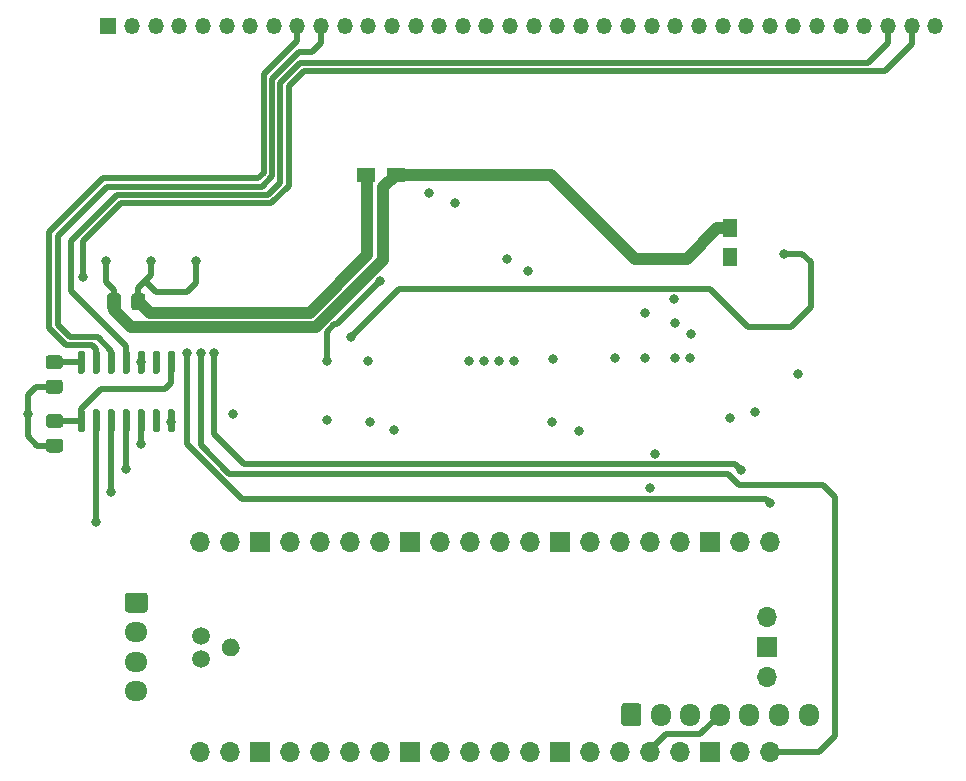
<source format=gbr>
%TF.GenerationSoftware,KiCad,Pcbnew,(5.1.9)-1*%
%TF.CreationDate,2021-04-30T23:03:23+10:00*%
%TF.ProjectId,RedPyKeeb_MCU,52656450-794b-4656-9562-5f4d43552e6b,rev?*%
%TF.SameCoordinates,Original*%
%TF.FileFunction,Copper,L1,Top*%
%TF.FilePolarity,Positive*%
%FSLAX46Y46*%
G04 Gerber Fmt 4.6, Leading zero omitted, Abs format (unit mm)*
G04 Created by KiCad (PCBNEW (5.1.9)-1) date 2021-04-30 23:03:23*
%MOMM*%
%LPD*%
G01*
G04 APERTURE LIST*
%TA.AperFunction,ComponentPad*%
%ADD10O,1.700000X1.700000*%
%TD*%
%TA.AperFunction,ComponentPad*%
%ADD11R,1.700000X1.700000*%
%TD*%
%TA.AperFunction,ComponentPad*%
%ADD12C,1.500000*%
%TD*%
%TA.AperFunction,ComponentPad*%
%ADD13C,0.100000*%
%TD*%
%TA.AperFunction,ComponentPad*%
%ADD14O,1.700000X1.950000*%
%TD*%
%TA.AperFunction,SMDPad,CuDef*%
%ADD15R,1.500000X1.250000*%
%TD*%
%TA.AperFunction,SMDPad,CuDef*%
%ADD16R,1.250000X1.500000*%
%TD*%
%TA.AperFunction,ComponentPad*%
%ADD17O,1.950000X1.700000*%
%TD*%
%TA.AperFunction,ComponentPad*%
%ADD18R,1.350000X1.350000*%
%TD*%
%TA.AperFunction,ComponentPad*%
%ADD19O,1.350000X1.350000*%
%TD*%
%TA.AperFunction,ViaPad*%
%ADD20C,0.800000*%
%TD*%
%TA.AperFunction,Conductor*%
%ADD21C,0.508000*%
%TD*%
%TA.AperFunction,Conductor*%
%ADD22C,1.016000*%
%TD*%
G04 APERTURE END LIST*
D10*
%TO.P,U0,1*%
%TO.N,Net-(U0-Pad1)*%
X63628600Y-82089900D03*
%TO.P,U0,2*%
%TO.N,Net-(U0-Pad2)*%
X66168600Y-82089900D03*
D11*
%TO.P,U0,3*%
%TO.N,Net-(U0-Pad3)*%
X68708600Y-82089900D03*
D10*
%TO.P,U0,4*%
%TO.N,LED_SCL_STATUS0_PICO*%
X71248600Y-82089900D03*
%TO.P,U0,5*%
%TO.N,LED_SDA_STATUS0_PICO*%
X73788600Y-82089900D03*
%TO.P,U0,6*%
%TO.N,Net-(U0-Pad6)*%
X76328600Y-82089900D03*
%TO.P,U0,7*%
%TO.N,Net-(U0-Pad7)*%
X78868600Y-82089900D03*
D11*
%TO.P,U0,8*%
%TO.N,Net-(U0-Pad8)*%
X81408600Y-82089900D03*
D10*
%TO.P,U0,9*%
%TO.N,LED_SCL_ROW0_PICO*%
X83948600Y-82089900D03*
%TO.P,U0,10*%
%TO.N,LED_SDA_ROW0_PICO*%
X86488600Y-82089900D03*
%TO.P,U0,11*%
%TO.N,Net-(U0-Pad11)*%
X89028600Y-82089900D03*
%TO.P,U0,12*%
%TO.N,Net-(U0-Pad12)*%
X91568600Y-82089900D03*
D11*
%TO.P,U0,13*%
%TO.N,Net-(U0-Pad13)*%
X94108600Y-82089900D03*
D10*
%TO.P,U0,14*%
%TO.N,SPI_CLK_PICO*%
X96648600Y-82089900D03*
%TO.P,U0,15*%
%TO.N,SPI_MOSI_PICO*%
X99188600Y-82089900D03*
%TO.P,U0,16*%
%TO.N,SPI_MISO_PICO*%
X101728600Y-82089900D03*
%TO.P,U0,17*%
%TO.N,PICO_33_REF*%
X104268600Y-82089900D03*
D11*
%TO.P,U0,18*%
%TO.N,Net-(U0-Pad18)*%
X106808600Y-82089900D03*
D10*
%TO.P,U0,19*%
%TO.N,Net-(U0-Pad19)*%
X109348600Y-82089900D03*
%TO.P,U0,20*%
%TO.N,Net-(U0-Pad20)*%
X111888600Y-82089900D03*
%TO.P,U0,21*%
%TO.N,Net-(U0-Pad21)*%
X111888600Y-99869900D03*
%TO.P,U0,22*%
%TO.N,Net-(J2-Pad5)*%
X109348600Y-99869900D03*
D11*
%TO.P,U0,23*%
%TO.N,Net-(U0-Pad23)*%
X106808600Y-99869900D03*
D10*
%TO.P,U0,24*%
%TO.N,Net-(J2-Pad3)*%
X104268600Y-99869900D03*
%TO.P,U0,25*%
%TO.N,Net-(J2-Pad4)*%
X101728600Y-99869900D03*
%TO.P,U0,26*%
%TO.N,Net-(J2-Pad6)*%
X99188600Y-99869900D03*
%TO.P,U0,27*%
%TO.N,Net-(J2-Pad7)*%
X96648600Y-99869900D03*
D11*
%TO.P,U0,28*%
%TO.N,Net-(U0-Pad28)*%
X94108600Y-99869900D03*
D10*
%TO.P,U0,29*%
%TO.N,Net-(U0-Pad29)*%
X91568600Y-99869900D03*
%TO.P,U0,30*%
%TO.N,Net-(U0-Pad30)*%
X89028600Y-99869900D03*
%TO.P,U0,31*%
%TO.N,Net-(U0-Pad31)*%
X86488600Y-99869900D03*
%TO.P,U0,32*%
%TO.N,Net-(U0-Pad32)*%
X83948600Y-99869900D03*
D11*
%TO.P,U0,33*%
%TO.N,Net-(U0-Pad33)*%
X81408600Y-99869900D03*
D10*
%TO.P,U0,34*%
%TO.N,Net-(U0-Pad34)*%
X78868600Y-99869900D03*
%TO.P,U0,35*%
%TO.N,Net-(U0-Pad35)*%
X76328600Y-99869900D03*
%TO.P,U0,36*%
%TO.N,Net-(J2-Pad1)*%
X73788600Y-99869900D03*
%TO.P,U0,37*%
%TO.N,Net-(U0-Pad37)*%
X71248600Y-99869900D03*
D11*
%TO.P,U0,38*%
%TO.N,Net-(J2-Pad2)*%
X68708600Y-99869900D03*
D10*
%TO.P,U0,39*%
%TO.N,MAIN_VBUS*%
X66168600Y-99869900D03*
%TO.P,U0,40*%
%TO.N,Net-(U0-Pad40)*%
X63628600Y-99869900D03*
%TO.P,U0,41*%
%TO.N,Net-(U0-Pad41)*%
X111658600Y-88439900D03*
D11*
%TO.P,U0,42*%
%TO.N,Net-(U0-Pad42)*%
X111658600Y-90979900D03*
D10*
%TO.P,U0,43*%
%TO.N,Net-(U0-Pad43)*%
X111658600Y-93519900D03*
D12*
%TO.P,U0,46*%
%TO.N,USB_DP*%
X63758600Y-89979900D03*
%TO.P,U0,45*%
%TO.N,USB_DN*%
X63758600Y-91979900D03*
%TA.AperFunction,ComponentPad*%
D13*
%TO.P,U0,44*%
%TO.N,GNDPWR*%
G36*
X65516718Y-90869852D02*
G01*
X65531077Y-90797665D01*
X65552442Y-90727233D01*
X65580608Y-90659234D01*
X65615304Y-90594323D01*
X65656194Y-90533126D01*
X65702887Y-90476231D01*
X65709817Y-90469301D01*
X65712406Y-90460766D01*
X65717027Y-90452121D01*
X65723245Y-90444545D01*
X65730821Y-90438327D01*
X65739466Y-90433706D01*
X65748001Y-90431117D01*
X65754931Y-90424187D01*
X65811826Y-90377494D01*
X65873023Y-90336604D01*
X65937934Y-90301908D01*
X66005933Y-90273742D01*
X66076365Y-90252377D01*
X66148552Y-90238018D01*
X66221799Y-90230803D01*
X66295401Y-90230803D01*
X66368648Y-90238018D01*
X66440835Y-90252377D01*
X66511267Y-90273742D01*
X66579266Y-90301908D01*
X66644177Y-90336604D01*
X66705374Y-90377494D01*
X66762269Y-90424187D01*
X66769199Y-90431117D01*
X66777734Y-90433706D01*
X66786379Y-90438327D01*
X66793955Y-90444545D01*
X66800173Y-90452121D01*
X66804794Y-90460766D01*
X66807383Y-90469301D01*
X66814313Y-90476231D01*
X66861006Y-90533126D01*
X66901896Y-90594323D01*
X66936592Y-90659234D01*
X66964758Y-90727233D01*
X66986123Y-90797665D01*
X67000482Y-90869852D01*
X67007697Y-90943099D01*
X67007697Y-91016701D01*
X67000482Y-91089948D01*
X66986123Y-91162135D01*
X66964758Y-91232567D01*
X66936592Y-91300566D01*
X66901896Y-91365477D01*
X66861006Y-91426674D01*
X66814313Y-91483569D01*
X66807383Y-91490499D01*
X66804794Y-91499034D01*
X66800173Y-91507679D01*
X66793955Y-91515255D01*
X66786379Y-91521473D01*
X66777734Y-91526094D01*
X66769199Y-91528683D01*
X66762269Y-91535613D01*
X66705374Y-91582306D01*
X66644177Y-91623196D01*
X66579266Y-91657892D01*
X66511267Y-91686058D01*
X66440835Y-91707423D01*
X66368648Y-91721782D01*
X66295401Y-91728997D01*
X66221799Y-91728997D01*
X66148552Y-91721782D01*
X66076365Y-91707423D01*
X66005933Y-91686058D01*
X65937934Y-91657892D01*
X65873023Y-91623196D01*
X65811826Y-91582306D01*
X65754931Y-91535613D01*
X65748001Y-91528683D01*
X65739466Y-91526094D01*
X65730821Y-91521473D01*
X65723245Y-91515255D01*
X65717027Y-91507679D01*
X65712406Y-91499034D01*
X65709817Y-91490499D01*
X65702887Y-91483569D01*
X65656194Y-91426674D01*
X65615304Y-91365477D01*
X65580608Y-91300566D01*
X65552442Y-91232567D01*
X65531077Y-91162135D01*
X65516718Y-91089948D01*
X65509503Y-91016701D01*
X65509503Y-90943099D01*
X65516718Y-90869852D01*
G37*
%TD.AperFunction*%
%TD*%
D14*
%TO.P,J2,7*%
%TO.N,Net-(J2-Pad7)*%
X115177600Y-96672400D03*
%TO.P,J2,6*%
%TO.N,Net-(J2-Pad6)*%
X112677600Y-96672400D03*
%TO.P,J2,5*%
%TO.N,Net-(J2-Pad5)*%
X110177600Y-96672400D03*
%TO.P,J2,4*%
%TO.N,Net-(J2-Pad4)*%
X107677600Y-96672400D03*
%TO.P,J2,3*%
%TO.N,Net-(J2-Pad3)*%
X105177600Y-96672400D03*
%TO.P,J2,2*%
%TO.N,Net-(J2-Pad2)*%
X102677600Y-96672400D03*
%TO.P,J2,1*%
%TO.N,Net-(J2-Pad1)*%
%TA.AperFunction,ComponentPad*%
G36*
G01*
X99327600Y-97397400D02*
X99327600Y-95947400D01*
G75*
G02*
X99577600Y-95697400I250000J0D01*
G01*
X100777600Y-95697400D01*
G75*
G02*
X101027600Y-95947400I0J-250000D01*
G01*
X101027600Y-97397400D01*
G75*
G02*
X100777600Y-97647400I-250000J0D01*
G01*
X99577600Y-97647400D01*
G75*
G02*
X99327600Y-97397400I0J250000D01*
G01*
G37*
%TD.AperFunction*%
%TD*%
D15*
%TO.P,C1,2*%
%TO.N,GNDPWR*%
X77718600Y-50952400D03*
%TO.P,C1,1*%
%TO.N,MAIN_VBUS*%
X80218600Y-50952400D03*
%TD*%
D16*
%TO.P,C2,2*%
%TO.N,GNDPWR*%
X108521500Y-57968200D03*
%TO.P,C2,1*%
%TO.N,MAIN_VBUS*%
X108521500Y-55468200D03*
%TD*%
D17*
%TO.P,J0,4*%
%TO.N,GNDPWR*%
X58267600Y-94687400D03*
%TO.P,J0,3*%
%TO.N,USB_DN*%
X58267600Y-92187400D03*
%TO.P,J0,2*%
%TO.N,USB_DP*%
X58267600Y-89687400D03*
%TO.P,J0,1*%
%TO.N,MAIN_VBUS*%
%TA.AperFunction,ComponentPad*%
G36*
G01*
X57542600Y-86337400D02*
X58992600Y-86337400D01*
G75*
G02*
X59242600Y-86587400I0J-250000D01*
G01*
X59242600Y-87787400D01*
G75*
G02*
X58992600Y-88037400I-250000J0D01*
G01*
X57542600Y-88037400D01*
G75*
G02*
X57292600Y-87787400I0J250000D01*
G01*
X57292600Y-86587400D01*
G75*
G02*
X57542600Y-86337400I250000J0D01*
G01*
G37*
%TD.AperFunction*%
%TD*%
%TO.P,C10,1*%
%TO.N,GNDPWR*%
%TA.AperFunction,SMDPad,CuDef*%
G36*
G01*
X59029000Y-61247000D02*
X59029000Y-62197000D01*
G75*
G02*
X58779000Y-62447000I-250000J0D01*
G01*
X58104000Y-62447000D01*
G75*
G02*
X57854000Y-62197000I0J250000D01*
G01*
X57854000Y-61247000D01*
G75*
G02*
X58104000Y-60997000I250000J0D01*
G01*
X58779000Y-60997000D01*
G75*
G02*
X59029000Y-61247000I0J-250000D01*
G01*
G37*
%TD.AperFunction*%
%TO.P,C10,2*%
%TO.N,MAIN_VBUS*%
%TA.AperFunction,SMDPad,CuDef*%
G36*
G01*
X56954000Y-61247000D02*
X56954000Y-62197000D01*
G75*
G02*
X56704000Y-62447000I-250000J0D01*
G01*
X56029000Y-62447000D01*
G75*
G02*
X55779000Y-62197000I0J250000D01*
G01*
X55779000Y-61247000D01*
G75*
G02*
X56029000Y-60997000I250000J0D01*
G01*
X56704000Y-60997000D01*
G75*
G02*
X56954000Y-61247000I0J-250000D01*
G01*
G37*
%TD.AperFunction*%
%TD*%
%TO.P,C6,1*%
%TO.N,GNDPWR*%
%TA.AperFunction,SMDPad,CuDef*%
G36*
G01*
X51783000Y-69493800D02*
X50833000Y-69493800D01*
G75*
G02*
X50583000Y-69243800I0J250000D01*
G01*
X50583000Y-68568800D01*
G75*
G02*
X50833000Y-68318800I250000J0D01*
G01*
X51783000Y-68318800D01*
G75*
G02*
X52033000Y-68568800I0J-250000D01*
G01*
X52033000Y-69243800D01*
G75*
G02*
X51783000Y-69493800I-250000J0D01*
G01*
G37*
%TD.AperFunction*%
%TO.P,C6,2*%
%TO.N,MAIN_VBUS*%
%TA.AperFunction,SMDPad,CuDef*%
G36*
G01*
X51783000Y-67418800D02*
X50833000Y-67418800D01*
G75*
G02*
X50583000Y-67168800I0J250000D01*
G01*
X50583000Y-66493800D01*
G75*
G02*
X50833000Y-66243800I250000J0D01*
G01*
X51783000Y-66243800D01*
G75*
G02*
X52033000Y-66493800I0J-250000D01*
G01*
X52033000Y-67168800D01*
G75*
G02*
X51783000Y-67418800I-250000J0D01*
G01*
G37*
%TD.AperFunction*%
%TD*%
%TO.P,C11,2*%
%TO.N,PICO_33_REF*%
%TA.AperFunction,SMDPad,CuDef*%
G36*
G01*
X51821100Y-72409900D02*
X50871100Y-72409900D01*
G75*
G02*
X50621100Y-72159900I0J250000D01*
G01*
X50621100Y-71484900D01*
G75*
G02*
X50871100Y-71234900I250000J0D01*
G01*
X51821100Y-71234900D01*
G75*
G02*
X52071100Y-71484900I0J-250000D01*
G01*
X52071100Y-72159900D01*
G75*
G02*
X51821100Y-72409900I-250000J0D01*
G01*
G37*
%TD.AperFunction*%
%TO.P,C11,1*%
%TO.N,GNDPWR*%
%TA.AperFunction,SMDPad,CuDef*%
G36*
G01*
X51821100Y-74484900D02*
X50871100Y-74484900D01*
G75*
G02*
X50621100Y-74234900I0J250000D01*
G01*
X50621100Y-73559900D01*
G75*
G02*
X50871100Y-73309900I250000J0D01*
G01*
X51821100Y-73309900D01*
G75*
G02*
X52071100Y-73559900I0J-250000D01*
G01*
X52071100Y-74234900D01*
G75*
G02*
X51821100Y-74484900I-250000J0D01*
G01*
G37*
%TD.AperFunction*%
%TD*%
D18*
%TO.P,J1,1*%
%TO.N,KEY_ROW0*%
X55905400Y-38366700D03*
D19*
%TO.P,J1,2*%
%TO.N,KEY_ROW1*%
X57905400Y-38366700D03*
%TO.P,J1,3*%
%TO.N,KEY_ROW2*%
X59905400Y-38366700D03*
%TO.P,J1,4*%
%TO.N,KEY_ROW3*%
X61905400Y-38366700D03*
%TO.P,J1,5*%
%TO.N,KEY_ROW4*%
X63905400Y-38366700D03*
%TO.P,J1,6*%
%TO.N,KEY_ROW5*%
X65905400Y-38366700D03*
%TO.P,J1,7*%
%TO.N,KEY_ROW6*%
X67905400Y-38366700D03*
%TO.P,J1,8*%
%TO.N,MAIN_VBUS*%
X69905400Y-38366700D03*
%TO.P,J1,9*%
%TO.N,LED_SDA_ROW0*%
X71905400Y-38366700D03*
%TO.P,J1,10*%
%TO.N,LED_SCL_ROW0*%
X73905400Y-38366700D03*
%TO.P,J1,11*%
%TO.N,GNDPWR*%
X75905400Y-38366700D03*
%TO.P,J1,12*%
%TO.N,KEY_COL0*%
X77905400Y-38366700D03*
%TO.P,J1,13*%
%TO.N,KEY_COL1*%
X79905400Y-38366700D03*
%TO.P,J1,14*%
%TO.N,KEY_COL2*%
X81905400Y-38366700D03*
%TO.P,J1,15*%
%TO.N,KEY_COL3*%
X83905400Y-38366700D03*
%TO.P,J1,16*%
%TO.N,KEY_COL4*%
X85905400Y-38366700D03*
%TO.P,J1,17*%
%TO.N,KEY_COL5*%
X87905400Y-38366700D03*
%TO.P,J1,18*%
%TO.N,KEY_COL6*%
X89905400Y-38366700D03*
%TO.P,J1,19*%
%TO.N,KEY_COL7*%
X91905400Y-38366700D03*
%TO.P,J1,20*%
%TO.N,KEY_COL8*%
X93905400Y-38366700D03*
%TO.P,J1,21*%
%TO.N,KEY_COL9*%
X95905400Y-38366700D03*
%TO.P,J1,22*%
%TO.N,KEY_COL10*%
X97905400Y-38366700D03*
%TO.P,J1,23*%
%TO.N,KEY_COL11*%
X99905400Y-38366700D03*
%TO.P,J1,24*%
%TO.N,KEY_COL12*%
X101905400Y-38366700D03*
%TO.P,J1,25*%
%TO.N,KEY_COL13*%
X103905400Y-38366700D03*
%TO.P,J1,26*%
%TO.N,KEY_COL14*%
X105905400Y-38366700D03*
%TO.P,J1,27*%
%TO.N,KEY_COL15*%
X107905400Y-38366700D03*
%TO.P,J1,28*%
%TO.N,KEY_COL16*%
X109905400Y-38366700D03*
%TO.P,J1,29*%
%TO.N,KEY_COL17*%
X111905400Y-38366700D03*
%TO.P,J1,30*%
%TO.N,KEY_COL18*%
X113905400Y-38366700D03*
%TO.P,J1,31*%
%TO.N,KEY_COL19*%
X115905400Y-38366700D03*
%TO.P,J1,32*%
%TO.N,KEY_COL20*%
X117905400Y-38366700D03*
%TO.P,J1,33*%
%TO.N,MAIN_VBUS*%
X119905400Y-38366700D03*
%TO.P,J1,34*%
%TO.N,LED_SDA_STATUS0*%
X121905400Y-38366700D03*
%TO.P,J1,35*%
%TO.N,LED_SCL_STATUS0*%
X123905400Y-38366700D03*
%TO.P,J1,36*%
%TO.N,GNDPWR*%
X125905400Y-38366700D03*
%TD*%
%TO.P,U7,1*%
%TO.N,PICO_33_REF*%
%TA.AperFunction,SMDPad,CuDef*%
G36*
G01*
X53764301Y-72762699D02*
X53464301Y-72762699D01*
G75*
G02*
X53314301Y-72612699I0J150000D01*
G01*
X53314301Y-70962699D01*
G75*
G02*
X53464301Y-70812699I150000J0D01*
G01*
X53764301Y-70812699D01*
G75*
G02*
X53914301Y-70962699I0J-150000D01*
G01*
X53914301Y-72612699D01*
G75*
G02*
X53764301Y-72762699I-150000J0D01*
G01*
G37*
%TD.AperFunction*%
%TO.P,U7,2*%
%TO.N,LED_SDA_ROW0_PICO*%
%TA.AperFunction,SMDPad,CuDef*%
G36*
G01*
X55034301Y-72762699D02*
X54734301Y-72762699D01*
G75*
G02*
X54584301Y-72612699I0J150000D01*
G01*
X54584301Y-70962699D01*
G75*
G02*
X54734301Y-70812699I150000J0D01*
G01*
X55034301Y-70812699D01*
G75*
G02*
X55184301Y-70962699I0J-150000D01*
G01*
X55184301Y-72612699D01*
G75*
G02*
X55034301Y-72762699I-150000J0D01*
G01*
G37*
%TD.AperFunction*%
%TO.P,U7,3*%
%TO.N,LED_SCL_ROW0_PICO*%
%TA.AperFunction,SMDPad,CuDef*%
G36*
G01*
X56304301Y-72762699D02*
X56004301Y-72762699D01*
G75*
G02*
X55854301Y-72612699I0J150000D01*
G01*
X55854301Y-70962699D01*
G75*
G02*
X56004301Y-70812699I150000J0D01*
G01*
X56304301Y-70812699D01*
G75*
G02*
X56454301Y-70962699I0J-150000D01*
G01*
X56454301Y-72612699D01*
G75*
G02*
X56304301Y-72762699I-150000J0D01*
G01*
G37*
%TD.AperFunction*%
%TO.P,U7,4*%
%TO.N,LED_SDA_STATUS0_PICO*%
%TA.AperFunction,SMDPad,CuDef*%
G36*
G01*
X57574301Y-72762699D02*
X57274301Y-72762699D01*
G75*
G02*
X57124301Y-72612699I0J150000D01*
G01*
X57124301Y-70962699D01*
G75*
G02*
X57274301Y-70812699I150000J0D01*
G01*
X57574301Y-70812699D01*
G75*
G02*
X57724301Y-70962699I0J-150000D01*
G01*
X57724301Y-72612699D01*
G75*
G02*
X57574301Y-72762699I-150000J0D01*
G01*
G37*
%TD.AperFunction*%
%TO.P,U7,5*%
%TO.N,LED_SCL_STATUS0_PICO*%
%TA.AperFunction,SMDPad,CuDef*%
G36*
G01*
X58844301Y-72762699D02*
X58544301Y-72762699D01*
G75*
G02*
X58394301Y-72612699I0J150000D01*
G01*
X58394301Y-70962699D01*
G75*
G02*
X58544301Y-70812699I150000J0D01*
G01*
X58844301Y-70812699D01*
G75*
G02*
X58994301Y-70962699I0J-150000D01*
G01*
X58994301Y-72612699D01*
G75*
G02*
X58844301Y-72762699I-150000J0D01*
G01*
G37*
%TD.AperFunction*%
%TO.P,U7,6*%
%TO.N,Net-(U7-Pad6)*%
%TA.AperFunction,SMDPad,CuDef*%
G36*
G01*
X60114301Y-72762699D02*
X59814301Y-72762699D01*
G75*
G02*
X59664301Y-72612699I0J150000D01*
G01*
X59664301Y-70962699D01*
G75*
G02*
X59814301Y-70812699I150000J0D01*
G01*
X60114301Y-70812699D01*
G75*
G02*
X60264301Y-70962699I0J-150000D01*
G01*
X60264301Y-72612699D01*
G75*
G02*
X60114301Y-72762699I-150000J0D01*
G01*
G37*
%TD.AperFunction*%
%TO.P,U7,7*%
%TO.N,GNDPWR*%
%TA.AperFunction,SMDPad,CuDef*%
G36*
G01*
X61384301Y-72762699D02*
X61084301Y-72762699D01*
G75*
G02*
X60934301Y-72612699I0J150000D01*
G01*
X60934301Y-70962699D01*
G75*
G02*
X61084301Y-70812699I150000J0D01*
G01*
X61384301Y-70812699D01*
G75*
G02*
X61534301Y-70962699I0J-150000D01*
G01*
X61534301Y-72612699D01*
G75*
G02*
X61384301Y-72762699I-150000J0D01*
G01*
G37*
%TD.AperFunction*%
%TO.P,U7,8*%
%TO.N,PICO_33_REF*%
%TA.AperFunction,SMDPad,CuDef*%
G36*
G01*
X61384301Y-67812699D02*
X61084301Y-67812699D01*
G75*
G02*
X60934301Y-67662699I0J150000D01*
G01*
X60934301Y-66012699D01*
G75*
G02*
X61084301Y-65862699I150000J0D01*
G01*
X61384301Y-65862699D01*
G75*
G02*
X61534301Y-66012699I0J-150000D01*
G01*
X61534301Y-67662699D01*
G75*
G02*
X61384301Y-67812699I-150000J0D01*
G01*
G37*
%TD.AperFunction*%
%TO.P,U7,9*%
%TO.N,Net-(U7-Pad9)*%
%TA.AperFunction,SMDPad,CuDef*%
G36*
G01*
X60114301Y-67812699D02*
X59814301Y-67812699D01*
G75*
G02*
X59664301Y-67662699I0J150000D01*
G01*
X59664301Y-66012699D01*
G75*
G02*
X59814301Y-65862699I150000J0D01*
G01*
X60114301Y-65862699D01*
G75*
G02*
X60264301Y-66012699I0J-150000D01*
G01*
X60264301Y-67662699D01*
G75*
G02*
X60114301Y-67812699I-150000J0D01*
G01*
G37*
%TD.AperFunction*%
%TO.P,U7,10*%
%TO.N,LED_SCL_STATUS0*%
%TA.AperFunction,SMDPad,CuDef*%
G36*
G01*
X58844301Y-67812699D02*
X58544301Y-67812699D01*
G75*
G02*
X58394301Y-67662699I0J150000D01*
G01*
X58394301Y-66012699D01*
G75*
G02*
X58544301Y-65862699I150000J0D01*
G01*
X58844301Y-65862699D01*
G75*
G02*
X58994301Y-66012699I0J-150000D01*
G01*
X58994301Y-67662699D01*
G75*
G02*
X58844301Y-67812699I-150000J0D01*
G01*
G37*
%TD.AperFunction*%
%TO.P,U7,11*%
%TO.N,LED_SDA_STATUS0*%
%TA.AperFunction,SMDPad,CuDef*%
G36*
G01*
X57574301Y-67812699D02*
X57274301Y-67812699D01*
G75*
G02*
X57124301Y-67662699I0J150000D01*
G01*
X57124301Y-66012699D01*
G75*
G02*
X57274301Y-65862699I150000J0D01*
G01*
X57574301Y-65862699D01*
G75*
G02*
X57724301Y-66012699I0J-150000D01*
G01*
X57724301Y-67662699D01*
G75*
G02*
X57574301Y-67812699I-150000J0D01*
G01*
G37*
%TD.AperFunction*%
%TO.P,U7,12*%
%TO.N,LED_SCL_ROW0*%
%TA.AperFunction,SMDPad,CuDef*%
G36*
G01*
X56304301Y-67812699D02*
X56004301Y-67812699D01*
G75*
G02*
X55854301Y-67662699I0J150000D01*
G01*
X55854301Y-66012699D01*
G75*
G02*
X56004301Y-65862699I150000J0D01*
G01*
X56304301Y-65862699D01*
G75*
G02*
X56454301Y-66012699I0J-150000D01*
G01*
X56454301Y-67662699D01*
G75*
G02*
X56304301Y-67812699I-150000J0D01*
G01*
G37*
%TD.AperFunction*%
%TO.P,U7,13*%
%TO.N,LED_SDA_ROW0*%
%TA.AperFunction,SMDPad,CuDef*%
G36*
G01*
X55034301Y-67812699D02*
X54734301Y-67812699D01*
G75*
G02*
X54584301Y-67662699I0J150000D01*
G01*
X54584301Y-66012699D01*
G75*
G02*
X54734301Y-65862699I150000J0D01*
G01*
X55034301Y-65862699D01*
G75*
G02*
X55184301Y-66012699I0J-150000D01*
G01*
X55184301Y-67662699D01*
G75*
G02*
X55034301Y-67812699I-150000J0D01*
G01*
G37*
%TD.AperFunction*%
%TO.P,U7,14*%
%TO.N,MAIN_VBUS*%
%TA.AperFunction,SMDPad,CuDef*%
G36*
G01*
X53764301Y-67812699D02*
X53464301Y-67812699D01*
G75*
G02*
X53314301Y-67662699I0J150000D01*
G01*
X53314301Y-66012699D01*
G75*
G02*
X53464301Y-65862699I150000J0D01*
G01*
X53764301Y-65862699D01*
G75*
G02*
X53914301Y-66012699I0J-150000D01*
G01*
X53914301Y-67662699D01*
G75*
G02*
X53764301Y-67812699I-150000J0D01*
G01*
G37*
%TD.AperFunction*%
%TD*%
D20*
%TO.N,GNDPWR*%
X61214000Y-71882000D03*
X58470800Y-61722000D03*
X108521500Y-57975500D03*
X59499500Y-58280300D03*
X63322200Y-58280300D03*
X110617000Y-71069200D03*
X66471800Y-71221600D03*
X77825600Y-50927000D03*
X49072800Y-71221600D03*
X51308000Y-68906300D03*
X80111600Y-72593200D03*
X95732600Y-72669400D03*
%TO.N,MAIN_VBUS*%
X56337200Y-61722000D03*
X108508800Y-55486300D03*
X55702200Y-58267600D03*
X114274600Y-67843400D03*
X93522800Y-66602700D03*
X77889100Y-66729700D03*
X80225900Y-50965100D03*
X51227900Y-66729700D03*
%TO.N,IO_INT0*%
X86461600Y-66700400D03*
X83058000Y-52476400D03*
%TO.N,IO_INT1*%
X87731600Y-66700400D03*
X85242400Y-53390800D03*
%TO.N,IO_INT2*%
X89001600Y-66700400D03*
X89611200Y-58115200D03*
%TO.N,IO_INT3*%
X90271600Y-66700400D03*
X91389200Y-59131200D03*
%TO.N,PICO_33_REF*%
X98793300Y-66473300D03*
X93459300Y-71873200D03*
X108496100Y-71555700D03*
X78016100Y-71885900D03*
X51346100Y-71822400D03*
X103822500Y-61480700D03*
%TO.N,Net-(U0-Pad21)*%
X63703200Y-66090800D03*
%TO.N,LED_SCL_STATUS0*%
X58674000Y-66802000D03*
X53746400Y-59639200D03*
%TO.N,Net-(U0-Pad1)*%
X74422000Y-71729600D03*
%TO.N,SPI_MISO_PICO*%
X102222300Y-74625200D03*
X101728600Y-77519200D03*
%TO.N,Net-(U0-Pad19)*%
X109423200Y-75946000D03*
X64871600Y-66090800D03*
%TO.N,Net-(U0-Pad20)*%
X111888600Y-78763800D03*
X62585600Y-66090800D03*
%TO.N,SPI_MISO*%
X105156000Y-66446400D03*
X105206800Y-64414400D03*
%TO.N,SPI_MOSI*%
X103886000Y-66497200D03*
X103886000Y-63500000D03*
%TO.N,SPI_CLK*%
X101346000Y-66497200D03*
X101346000Y-62636400D03*
%TO.N,IO_CS0*%
X74422000Y-66751200D03*
X78892400Y-59994800D03*
%TO.N,IO_CS1*%
X113080800Y-57658000D03*
X76403200Y-64719200D03*
%TO.N,LED_SCL_STATUS0_PICO*%
X58694301Y-73741299D03*
%TO.N,LED_SDA_STATUS0_PICO*%
X57424301Y-75864701D03*
%TO.N,LED_SCL_ROW0_PICO*%
X56154301Y-77845901D03*
%TO.N,LED_SDA_ROW0_PICO*%
X54884301Y-80385901D03*
%TD*%
D21*
%TO.N,GNDPWR*%
X51308000Y-68906300D02*
X51308000Y-68906300D01*
X49762500Y-68906300D02*
X49072800Y-69596000D01*
X49072800Y-69596000D02*
X49072800Y-71221600D01*
X49869000Y-73897400D02*
X51346100Y-73897400D01*
X49072800Y-73101200D02*
X49869000Y-73897400D01*
X49072800Y-71221600D02*
X49072800Y-73101200D01*
X58470800Y-61722000D02*
X58470800Y-61061600D01*
D22*
X58470800Y-61722000D02*
X59398900Y-62650100D01*
X77825600Y-57759600D02*
X77825600Y-50927000D01*
X72935100Y-62650100D02*
X77825600Y-57759600D01*
D21*
X51308000Y-68906300D02*
X49762500Y-68906300D01*
D22*
X59398900Y-62650100D02*
X72935100Y-62650100D01*
D21*
X58441500Y-61722000D02*
X58441500Y-60532100D01*
X59499500Y-59474100D02*
X59499500Y-58280300D01*
X58978800Y-59994800D02*
X59893200Y-60909200D01*
X58441500Y-60532100D02*
X58978800Y-59994800D01*
X58978800Y-59994800D02*
X59499500Y-59474100D01*
X63322200Y-60172600D02*
X62585600Y-60909200D01*
X63322200Y-58280300D02*
X63322200Y-60172600D01*
X59893200Y-60909200D02*
X62585600Y-60909200D01*
%TO.N,LED_SCL_ROW0*%
X72067036Y-40586010D02*
X73104390Y-40586010D01*
X73905400Y-39785000D02*
X73905400Y-38366700D01*
X73104390Y-40586010D02*
X73905400Y-39785000D01*
X69754780Y-42898266D02*
X72067036Y-40586010D01*
X69754780Y-51098420D02*
X69754780Y-42898266D01*
X51612800Y-56134000D02*
X55772020Y-51974780D01*
X51612800Y-63652400D02*
X51612800Y-56134000D01*
X52661079Y-64700679D02*
X51612800Y-63652400D01*
X54992281Y-64700679D02*
X52661079Y-64700679D01*
X68878420Y-51974780D02*
X69754780Y-51098420D01*
X56154301Y-65862699D02*
X54992281Y-64700679D01*
X55772020Y-51974780D02*
X68878420Y-51974780D01*
X56154301Y-66837699D02*
X56154301Y-65862699D01*
%TO.N,LED_SDA_ROW0*%
X71905400Y-39600600D02*
X71905400Y-38366700D01*
X69046770Y-50805154D02*
X69046770Y-42459230D01*
X68594724Y-51257200D02*
X69046770Y-50805154D01*
X65074800Y-51257200D02*
X68594724Y-51257200D01*
X55478753Y-51266770D02*
X65065230Y-51266770D01*
X69046770Y-42459230D02*
X71905400Y-39600600D01*
X50901600Y-55843924D02*
X55478753Y-51266770D01*
X50901600Y-63957200D02*
X50901600Y-55843924D01*
X65065230Y-51266770D02*
X65074800Y-51257200D01*
X52353089Y-65408689D02*
X50901600Y-63957200D01*
X54537489Y-65408689D02*
X52353089Y-65408689D01*
X54884301Y-65755501D02*
X54537489Y-65408689D01*
X54884301Y-66837699D02*
X54884301Y-65755501D01*
%TO.N,MAIN_VBUS*%
X53607902Y-66831300D02*
X53614301Y-66837699D01*
X51308000Y-66831300D02*
X53607902Y-66831300D01*
X55702200Y-58267600D02*
X55702200Y-60071000D01*
X56366500Y-60735300D02*
X56366500Y-61722000D01*
X55702200Y-60071000D02*
X56366500Y-60735300D01*
D22*
X73438787Y-63866110D02*
X79146400Y-58158497D01*
X57785610Y-63866110D02*
X73438787Y-63866110D01*
X56366500Y-62447000D02*
X57785610Y-63866110D01*
X56366500Y-61722000D02*
X56366500Y-62447000D01*
X79146400Y-52044600D02*
X80225900Y-50965100D01*
X79146400Y-58158497D02*
X79146400Y-52044600D01*
X107447400Y-55468200D02*
X108521500Y-55468200D01*
X104851200Y-58064400D02*
X107447400Y-55468200D01*
X100482400Y-58064400D02*
X104851200Y-58064400D01*
X93383100Y-50965100D02*
X100482400Y-58064400D01*
X80225900Y-50965100D02*
X93383100Y-50965100D01*
D21*
%TO.N,PICO_33_REF*%
X53579600Y-71822400D02*
X53614301Y-71787699D01*
X51346100Y-71822400D02*
X51346100Y-71822400D01*
X53614301Y-70812699D02*
X55288200Y-69138800D01*
X53614301Y-71787699D02*
X53614301Y-70812699D01*
X55288200Y-69138800D02*
X60706000Y-69138800D01*
X61234301Y-68610499D02*
X61234301Y-66837699D01*
X60706000Y-69138800D02*
X61234301Y-68610499D01*
X51346100Y-71822400D02*
X53579600Y-71822400D01*
%TO.N,Net-(J2-Pad4)*%
X103098600Y-98323400D02*
X101701600Y-99720400D01*
X106026600Y-98323400D02*
X103098600Y-98323400D01*
X107677600Y-96672400D02*
X106026600Y-98323400D01*
%TO.N,Net-(U0-Pad21)*%
X109321600Y-77266800D02*
X109321600Y-77266800D01*
X117398800Y-98501200D02*
X116030100Y-99869900D01*
X117398800Y-78282800D02*
X117398800Y-98501200D01*
X116382800Y-77266800D02*
X117398800Y-78282800D01*
X116030100Y-99869900D02*
X111888600Y-99869900D01*
X109321600Y-77266800D02*
X116382800Y-77266800D01*
X108356400Y-76301600D02*
X109321600Y-77266800D01*
X66141600Y-76301600D02*
X108356400Y-76301600D01*
X63703200Y-73863200D02*
X66141600Y-76301600D01*
X63703200Y-66090800D02*
X63703200Y-73863200D01*
%TO.N,LED_SCL_STATUS0*%
X123905400Y-39924600D02*
X123905400Y-38366700D01*
X72443990Y-42211610D02*
X121618390Y-42211610D01*
X71170800Y-43484800D02*
X72443990Y-42211610D01*
X71170800Y-51917600D02*
X71170800Y-43484800D01*
X69697600Y-53390800D02*
X71170800Y-51917600D01*
X56946800Y-53390800D02*
X69697600Y-53390800D01*
X53746400Y-56591200D02*
X56946800Y-53390800D01*
X121618390Y-42211610D02*
X123905400Y-39924600D01*
X53746400Y-59639200D02*
X53746400Y-56591200D01*
%TO.N,LED_SDA_STATUS0*%
X121905400Y-39791000D02*
X121905400Y-38366700D01*
X70462790Y-43191533D02*
X72150723Y-41503600D01*
X72150723Y-41503600D02*
X120192800Y-41503600D01*
X70462790Y-51624334D02*
X70462790Y-43191533D01*
X69404334Y-52682790D02*
X70462790Y-51624334D01*
X52730400Y-56605924D02*
X56653533Y-52682790D01*
X56653533Y-52682790D02*
X69404334Y-52682790D01*
X52730400Y-60807600D02*
X52730400Y-56605924D01*
X57424301Y-65501501D02*
X52730400Y-60807600D01*
X120192800Y-41503600D02*
X121905400Y-39791000D01*
X57424301Y-66837699D02*
X57424301Y-65501501D01*
%TO.N,Net-(U0-Pad19)*%
X109423200Y-75946000D02*
X109423200Y-75946000D01*
X64871600Y-70764400D02*
X64871600Y-66090800D01*
X64871600Y-72948800D02*
X64871600Y-70764400D01*
X67402001Y-75479201D02*
X64871600Y-72948800D01*
X108956401Y-75479201D02*
X67402001Y-75479201D01*
X109423200Y-75946000D02*
X108956401Y-75479201D01*
%TO.N,Net-(U0-Pad20)*%
X62585600Y-73746876D02*
X67223124Y-78384400D01*
X62585600Y-71120000D02*
X62585600Y-73746876D01*
X67223124Y-78384400D02*
X111556800Y-78384400D01*
X111556800Y-78384400D02*
X111861600Y-78689200D01*
X62585600Y-71120000D02*
X62585600Y-66090800D01*
%TO.N,IO_CS0*%
X75022292Y-63643092D02*
X74422000Y-64243383D01*
X75244108Y-63643092D02*
X78892400Y-59994800D01*
X75022292Y-63643092D02*
X75244108Y-63643092D01*
X74422000Y-64243383D02*
X74422000Y-66751200D01*
%TO.N,IO_CS1*%
X114655600Y-57658000D02*
X113080800Y-57658000D01*
X115366800Y-58369200D02*
X114655600Y-57658000D01*
X115366800Y-62179200D02*
X115366800Y-58369200D01*
X110032800Y-63855600D02*
X113690400Y-63855600D01*
X106803899Y-60626699D02*
X110032800Y-63855600D01*
X80495701Y-60626699D02*
X106803899Y-60626699D01*
X113690400Y-63855600D02*
X115366800Y-62179200D01*
X76403200Y-64719200D02*
X80495701Y-60626699D01*
%TO.N,LED_SCL_STATUS0_PICO*%
X58694301Y-71787699D02*
X58694301Y-73741299D01*
X58694301Y-73741299D02*
X58694301Y-73741299D01*
%TO.N,LED_SDA_STATUS0_PICO*%
X57424301Y-71787699D02*
X57424301Y-75864701D01*
X57424301Y-75864701D02*
X57424301Y-75864701D01*
%TO.N,LED_SCL_ROW0_PICO*%
X56154301Y-71787699D02*
X56154301Y-77845901D01*
X56154301Y-77845901D02*
X56154301Y-77845901D01*
%TO.N,LED_SDA_ROW0_PICO*%
X54884301Y-71787699D02*
X54884301Y-80385901D01*
X54884301Y-80385901D02*
X54884301Y-80385901D01*
%TD*%
M02*

</source>
